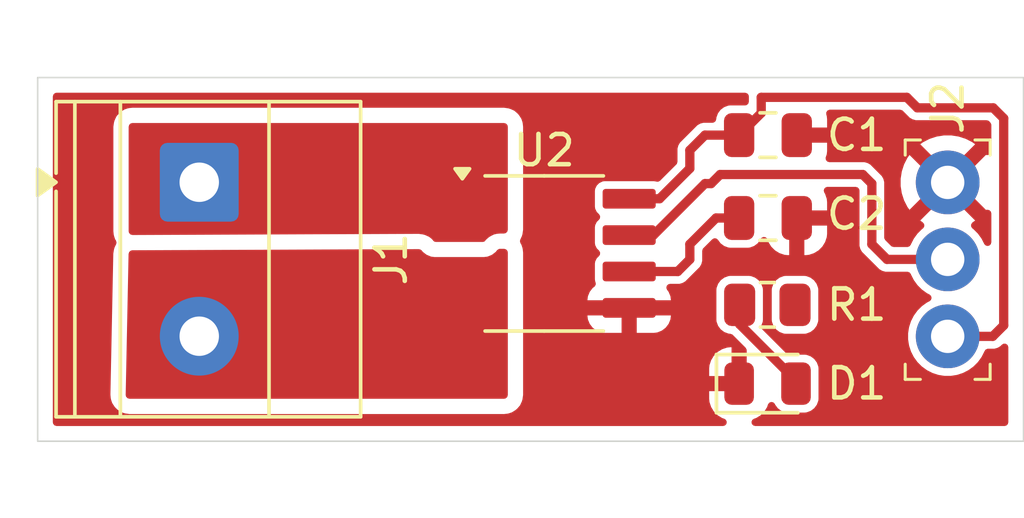
<source format=kicad_pcb>
(kicad_pcb (version 20241229) (generator "pcbnew") (generator_version "9.0")
  (layers (0 "F.Cu" signal) (2 "B.Cu" signal) (13 "F.Paste" user) (15 "B.Paste" user) (5 "F.SilkS" user "F.Silkscreen") (7 "B.SilkS" user "B.Silkscreen") (1 "F.Mask" user) (3 "B.Mask" user) (25 "Edge.Cuts" user))
  (net 0 "")
  (net 1 "+5V")
  (net 2 "GND")
  (net 3 "Net-(U2-FILTER)")
  (net 4 "Net-(D1-A)")
  (net 5 "/IP+")
  (net 6 "/IP-")
  (net 7 "Net-(U2-VIOUT)")
  (footprint "Resistor_SMD:R_0805_2012Metric" (layer "F.Cu") (at 151.555 96 180)
    (property "Reference" "R1" (at -2.945 0 0) (layer "F.SilkS"))
    (property "Value" "1k_omhs")
    (fp_line (start -0.227064 0.735) (end 0.227064 0.735) (stroke (width 0.12)) (layer "F.SilkS"))
    (fp_line (start -0.227064 -0.735) (end 0.227064 -0.735) (stroke (width 0.12)) (layer "F.SilkS"))
    (pad "1" smd roundrect (at -0.9125 0 180) (size 1.025 1.4) (layers "F.Cu" "F.Mask" "F.Paste") (roundrect_rratio 0.243902) (net 1 "+5V"))
    (pad "2" smd roundrect (at 0.9125 0 180) (size 1.025 1.4) (layers "F.Cu" "F.Mask" "F.Paste") (roundrect_rratio 0.243902) (net 4 "Net-(D1-A)"))
  )
  (footprint "digikey-footprints:PinHeader_1x3_P2.54_Drill1.1mm" (layer "F.Cu") (at 157.5 91.96 -90)
    (property "Reference" "J2" (at -2.46 0 90) (layer "F.SilkS"))
    (property "Value" "640456-3")
    (fp_line (start -1.4 1.4) (end -0.9 1.4) (stroke (width 0.1)) (layer "F.SilkS"))
    (fp_line (start -1.4 1.4) (end -1.4 0.9) (stroke (width 0.1)) (layer "F.SilkS"))
    (fp_line (start 6.5 1.4) (end 6 1.4) (stroke (width 0.1)) (layer "F.SilkS"))
    (fp_line (start 6.5 1.4) (end 6.5 0.9) (stroke (width 0.1)) (layer "F.SilkS"))
    (fp_line (start -1.4 -1.4) (end -1.4 -0.9) (stroke (width 0.1)) (layer "F.SilkS"))
    (fp_line (start -1.4 -1.4) (end -0.9 -1.4) (stroke (width 0.1)) (layer "F.SilkS"))
    (fp_line (start 6.5 -1.4) (end 6.5 -0.9) (stroke (width 0.1)) (layer "F.SilkS"))
    (fp_line (start 6.5 -1.4) (end 6 -1.4) (stroke (width 0.1)) (layer "F.SilkS"))
    (pad "1" thru_hole circle (at 0 0 270) (size 2.1 2.1) (drill 1.1) (layers "*.Cu" "*.Mask") (net 2 "GND"))
    (pad "2" thru_hole circle (at 2.54 0 270) (size 2.1 2.1) (drill 1.1) (layers "*.Cu" "*.Mask") (net 7 "Net-(U2-VIOUT)"))
    (pad "3" thru_hole circle (at 5.08 0 270) (size 2.1 2.1) (drill 1.1) (layers "*.Cu" "*.Mask") (net 1 "+5V"))
  )
  (footprint "Package_SO:SOIC-8_3.9x4.9mm_P1.27mm" (layer "F.Cu") (at 147 92.5)
    (property "Reference" "U2" (at -2.8 -1.595 0) (layer "F.SilkS"))
    (property "Value" "ACS712xLCTR-05B")
    (fp_line (start -2.8 -0.755) (end -4.75 -0.755) (stroke (width 0.12)) (layer "F.SilkS"))
    (fp_line (start -2.8 -0.755) (end -0.85 -0.755) (stroke (width 0.12)) (layer "F.SilkS"))
    (fp_line (start -2.8 4.365) (end -4.75 4.365) (stroke (width 0.12)) (layer "F.SilkS"))
    (fp_line (start -2.8 4.365) (end -0.85 4.365) (stroke (width 0.12)) (layer "F.SilkS"))
    (fp_poly (pts (xy -5.5 -0.66) (xy -5.74 -0.99) (xy -5.26 -0.99)) (stroke (width 0.12)) (fill yes) (layer "F.SilkS"))
    (pad "1" smd roundrect (at -5.6 0) (size 1.75 0.65) (layers "F.Cu" "F.Mask" "F.Paste") (roundrect_rratio 0.15) (net 5 "/IP+"))
    (pad "2" smd roundrect (at -5.6 1.1) (size 1.75 0.65) (layers "F.Cu" "F.Mask" "F.Paste") (roundrect_rratio 0.15) (net 5 "/IP+"))
    (pad "3" smd roundrect (at -5.6 2.3) (size 1.75 0.65) (layers "F.Cu" "F.Mask" "F.Paste") (roundrect_rratio 0.15) (net 6 "/IP-"))
    (pad "4" smd roundrect (at -5.6 3.5) (size 1.75 0.65) (layers "F.Cu" "F.Mask" "F.Paste") (roundrect_rratio 0.15) (net 6 "/IP-"))
    (pad "5" smd roundrect (at 0 3.6) (size 1.75 0.65) (layers "F.Cu" "F.Mask" "F.Paste") (roundrect_rratio 0.15) (net 2 "GND"))
    (pad "6" smd roundrect (at 0 2.4) (size 1.75 0.65) (layers "F.Cu" "F.Mask" "F.Paste") (roundrect_rratio 0.15) (net 3 "Net-(U2-FILTER)"))
    (pad "7" smd roundrect (at 0 1.2) (size 1.75 0.65) (layers "F.Cu" "F.Mask" "F.Paste") (roundrect_rratio 0.15) (net 7 "Net-(U2-VIOUT)"))
    (pad "8" smd roundrect (at 0 0) (size 1.75 0.65) (layers "F.Cu" "F.Mask" "F.Paste") (roundrect_rratio 0.15) (net 1 "+5V"))
  )
  (footprint "Capacitor_SMD:C_0805_2012Metric" (layer "F.Cu") (at 151.575 93.135)
    (property "Reference" "C2" (at 2.925 -0.135 0) (layer "F.SilkS"))
    (property "Value" "1nF")
    (fp_line (start -0.261252 -0.735) (end 0.261252 -0.735) (stroke (width 0.12)) (layer "F.SilkS"))
    (fp_line (start -0.261252 0.735) (end 0.261252 0.735) (stroke (width 0.12)) (layer "F.SilkS"))
    (pad "1" smd roundrect (at -0.95 0) (size 1 1.45) (layers "F.Cu" "F.Mask" "F.Paste") (net 3 "Net-(U2-FILTER)"))
    (pad "2" smd roundrect (at 0.95 0) (size 1 1.45) (layers "F.Cu" "F.Mask" "F.Paste") (net 2 "GND"))
  )
  (footprint "TerminalBlock_Phoenix:TerminalBlock_Phoenix_MKDS-1,5-2-5.08_1x02_P5.08mm_Horizontal" (layer "F.Cu") (at 132.8275 91.955 -90)
    (property "Reference" "J1" (at 2.54 -6.32 90) (layer "F.SilkS"))
    (property "Value" "Screw_Terminal_01x02")
    (fp_line (start -2.66 4.72) (end -2.66 -5.32) (stroke (width 0.12)) (layer "F.SilkS"))
    (fp_line (start -0.3 4.72) (end -2.66 4.72) (stroke (width 0.12)) (layer "F.SilkS"))
    (fp_line (start 7.74 4.72) (end 0.3 4.72) (stroke (width 0.12)) (layer "F.SilkS"))
    (fp_line (start -2.66 4.1) (end 7.74 4.1) (stroke (width 0.12)) (layer "F.SilkS"))
    (fp_line (start -2.66 2.6) (end 7.74 2.6) (stroke (width 0.12)) (layer "F.SilkS"))
    (fp_line (start -2.66 -2.3) (end 7.74 -2.3) (stroke (width 0.12)) (layer "F.SilkS"))
    (fp_line (start -2.66 -5.32) (end 7.74 -5.32) (stroke (width 0.12)) (layer "F.SilkS"))
    (fp_line (start 7.74 -5.32) (end 7.74 4.72) (stroke (width 0.12)) (layer "F.SilkS"))
    (fp_poly (pts (xy 0 4.72) (xy 0.44 5.33) (xy -0.44 5.33)) (stroke (width 0.12)) (fill yes) (layer "F.SilkS"))
    (pad "1" thru_hole roundrect (at 0 0 270) (size 2.6 2.6) (drill 1.3) (layers "*.Cu" "*.Mask") (roundrect_rratio 0.096154) (net 5 "/IP+"))
    (pad "2" thru_hole circle (at 5.08 0 270) (size 2.6 2.6) (drill 1.3) (layers "*.Cu" "*.Mask") (net 6 "/IP-"))
  )
  (footprint "Capacitor_SMD:C_0805_2012Metric" (layer "F.Cu") (at 151.575 90.4 180)
    (property "Reference" "C1" (at -2.925 0 0) (layer "F.SilkS"))
    (property "Value" "100nF")
    (fp_line (start -0.261252 0.735) (end 0.261252 0.735) (stroke (width 0.12)) (layer "F.SilkS"))
    (fp_line (start -0.261252 -0.735) (end 0.261252 -0.735) (stroke (width 0.12)) (layer "F.SilkS"))
    (pad "1" smd roundrect (at -0.95 0 180) (size 1 1.45) (layers "F.Cu" "F.Mask" "F.Paste") (net 2 "GND"))
    (pad "2" smd roundrect (at 0.95 0 180) (size 1 1.45) (layers "F.Cu" "F.Mask" "F.Paste") (net 1 "+5V"))
  )
  (footprint "LED_SMD:LED_0805_2012Metric" (layer "F.Cu") (at 151.5625 98.6)
    (property "Reference" "D1" (at 2.9375 0 0) (layer "F.SilkS"))
    (property "Value" "LED")
    (fp_line (start -1.685 -0.96) (end -1.685 0.96) (stroke (width 0.12)) (layer "F.SilkS"))
    (fp_line (start -1.685 0.96) (end 1 0.96) (stroke (width 0.12)) (layer "F.SilkS"))
    (fp_line (start 1 -0.96) (end -1.685 -0.96) (stroke (width 0.12)) (layer "F.SilkS"))
    (pad "1" smd roundrect (at -0.9375 0) (size 0.975 1.4) (layers "F.Cu" "F.Mask" "F.Paste") (net 2 "GND"))
    (pad "2" smd roundrect (at 0.9375 0) (size 0.975 1.4) (layers "F.Cu" "F.Mask" "F.Paste") (net 4 "Net-(D1-A)"))
  )
  (gr_rect (start 127.5 88.5) (end 160 100.5) (stroke (width 0.05)) (fill no) (layer "Edge.Cuts"))
  (segment (start 156.5 89.5) (end 156.1534 89.1534) (width 0.3048) (layer "F.Cu") (net 1))
  (segment (start 149 91.5) (end 149 90.9) (width 0.3048) (layer "F.Cu") (net 1))
  (segment (start 158.984924 97.04) (end 159.3466 96.678324) (width 0.3048) (layer "F.Cu") (net 1))
  (segment (start 151.3534 89.1534) (end 151.3534 89.6716) (width 0.3048) (layer "F.Cu") (net 1))
  (segment (start 148 92.5) (end 149 91.5) (width 0.3048) (layer "F.Cu") (net 1))
  (segment (start 156.1534 89.1534) (end 151.3534 89.1534) (width 0.3048) (layer "F.Cu") (net 1))
  (segment (start 150.45 90.3) (end 150.625 90.125) (width 0.3048) (layer "F.Cu") (net 1))
  (segment (start 147 92.5) (end 148 92.5) (width 0.3048) (layer "F.Cu") (net 1))
  (segment (start 159 89.5) (end 156.5 89.5) (width 0.3048) (layer "F.Cu") (net 1))
  (segment (start 149 90.9) (end 149.5 90.4) (width 0.3048) (layer "F.Cu") (net 1))
  (segment (start 157.5 97.04) (end 158.984924 97.04) (width 0.3048) (layer "F.Cu") (net 1))
  (segment (start 159.3466 89.8466) (end 159 89.5) (width 0.3048) (layer "F.Cu") (net 1))
  (segment (start 151.3534 89.6716) (end 150.625 90.4) (width 0.3048) (layer "F.Cu") (net 1))
  (segment (start 159.3466 96.678324) (end 159.3466 89.8466) (width 0.3048) (layer "F.Cu") (net 1))
  (segment (start 149.5 90.4) (end 150.625 90.4) (width 0.3048) (layer "F.Cu") (net 1))
  (segment (start 149 94) (end 149.865 93.135) (width 0.3048) (layer "F.Cu") (net 3))
  (segment (start 149 94.5) (end 149 94) (width 0.3048) (layer "F.Cu") (net 3))
  (segment (start 148.6 94.9) (end 149 94.5) (width 0.3048) (layer "F.Cu") (net 3))
  (segment (start 147 94.9) (end 148.6 94.9) (width 0.3048) (layer "F.Cu") (net 3))
  (segment (start 149.865 93.135) (end 150.625 93.135) (width 0.3048) (layer "F.Cu") (net 3))
  (segment (start 152.5 98.5) (end 152.5 99) (width 0.3048) (layer "F.Cu") (net 4))
  (segment (start 150.6425 96.6425) (end 152.5 98.5) (width 0.3048) (layer "F.Cu") (net 4))
  (segment (start 150.6425 96) (end 150.6425 96.6425) (width 0.3048) (layer "F.Cu") (net 4))
  (segment (start 155 92) (end 155 94) (width 0.3048) (layer "F.Cu") (net 7))
  (segment (start 155.5 94.5) (end 157.5 94.5) (width 0.3048) (layer "F.Cu") (net 7))
  (segment (start 147.8 93.7) (end 149.5 92) (width 0.3048) (layer "F.Cu") (net 7))
  (segment (start 147 93.7) (end 147.8 93.7) (width 0.3048) (layer "F.Cu") (net 7))
  (segment (start 154.7 91.7) (end 155 92) (width 0.3048) (layer "F.Cu") (net 7))
  (segment (start 155 94) (end 155.5 94.5) (width 0.3048) (layer "F.Cu") (net 7))
  (segment (start 150 91.7) (end 154.7 91.7) (width 0.3048) (layer "F.Cu") (net 7))
  (segment (start 149.7 92) (end 150 91.7) (width 0.3048) (layer "F.Cu") (net 7))
  (segment (start 149.5 92) (end 149.7 92) (width 0.3048) (layer "F.Cu") (net 7))
  (zone (net 2) (net_name "GND") (layer "F.Cu") (priority 1) (connect_pads (clearance 0.254)) (min_thickness 0.25) (fill yes (thermal_gap 0.5) (thermal_bridge_width 0.5))
    (polygon (pts (xy 127.6 88.6) (xy 159.7 88.6) (xy 159.7 100.3) (xy 127.6 100.4)))
  )
  (zone (net 5) (net_name "/IP+") (layer "F.Cu") (priority 1) (connect_pads yes (clearance 0.49784)) (min_thickness 0.25) (fill yes (thermal_gap 0.5) (thermal_bridge_width 0.5))
    (polygon (pts (xy 130.5 90) (xy 143 90) (xy 143 94) (xy 130.5 94)))
  )
  (zone (net 6) (net_name "/IP-") (layer "F.Cu") (priority 2) (connect_pads yes (clearance 0.49784)) (min_thickness 0.25) (fill yes (thermal_gap 0.5) (thermal_bridge_width 0.5))
    (polygon (pts (xy 143 94.15) (xy 143 99.1) (xy 130.4 99.1) (xy 130.5 94.2)))
  )
)
</source>
